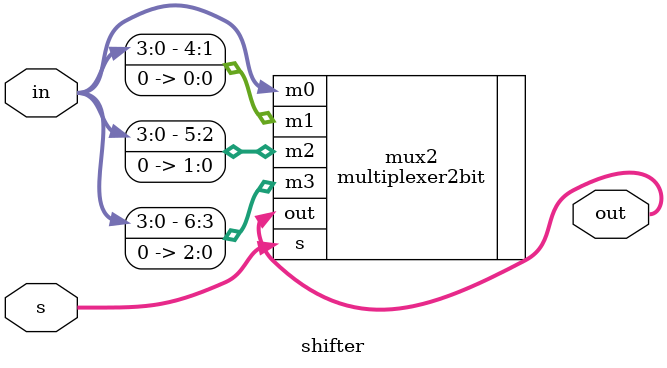
<source format=sv>
`timescale 1ns / 1ns

module shifter
          ( input   logic [3:0] in,   // input
            input   logic [1:0] s,    // shift
            output  logic [7:0] out); // set to input <<< shift

/* ====================================== INSERT CODE HERE ====================================== */


// assuming missing bits are automatically padded, as it happens when I run the testbench.
multiplexer2bit mux2 (
  .m0({in}), // no shift
  .m1({in, 1'b0}), // 1 logical shift left
  .m2({in, 2'b00}), // 2 LSL
  .m3({in, 3'b000}), // 3 LSL
  .s(s), // select to output m0/m1/m2/m3 
  .out(out) 
);


/* ============================================================================================== */

endmodule

</source>
